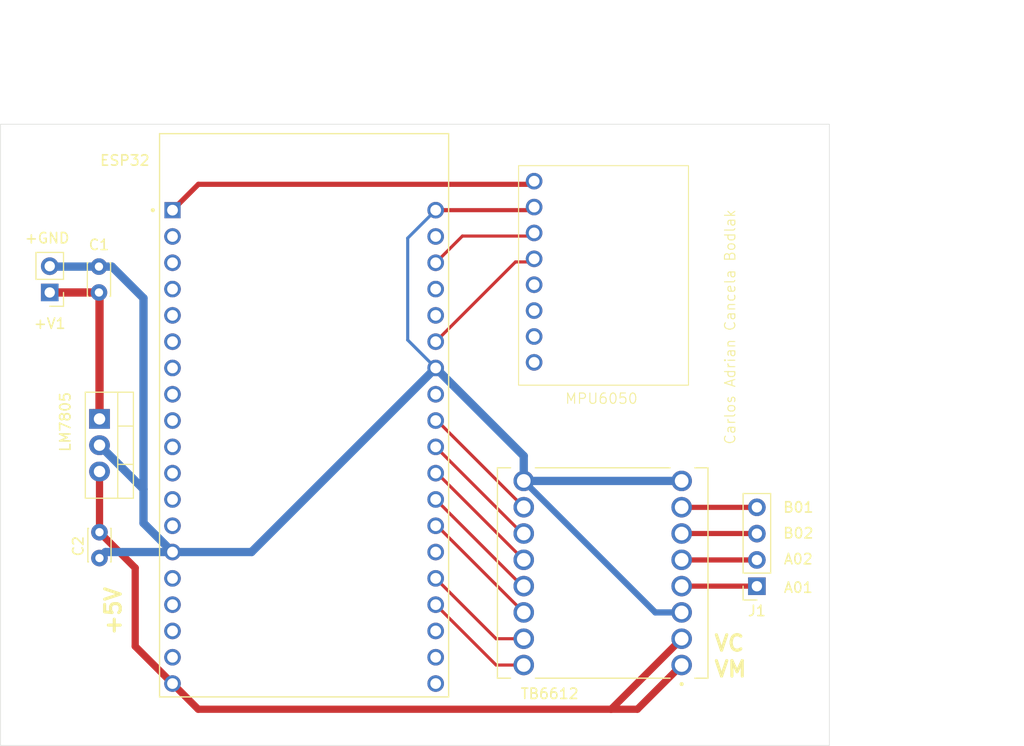
<source format=kicad_pcb>
(kicad_pcb (version 20240108) (generator "pcbnew") (generator_version "8.0")
  (layers (0 "F.Cu" signal) (31 "B.Cu" signal) (34 "B.Paste" user) (35 "F.Paste" user) (36 "B.SilkS" user "B.Silkscreen") (37 "F.SilkS" user "F.Silkscreen") (38 "B.Mask" user) (39 "F.Mask" user) (44 "Edge.Cuts" user))
  (net 0 "")
  (net 1 "GND")
  (net 2 "+9V")
  (net 3 "+5V")
  (net 4 "AI1")
  (net 5 "STANDBY")
  (net 6 "BI1")
  (net 7 "AI2")
  (net 8 "PWMA")
  (net 9 "PWMB")
  (net 10 "BI2")
  (net 11 "SDA")
  (net 12 "+3.3V")
  (net 13 "SCL")
  (net 18 "Net-(J1-Pin_2)")
  (net 19 "Net-(J1-Pin_3)")
  (net 20 "Net-(J1-Pin_1)")
  (net 21 "Net-(J1-Pin_4)")
  (footprint "ESP32-DEVKITC-32D:MODULE_ESP32-DEVKITC-32D" (layer "F.Cu") (at 134.3 78.06)
    (property "Reference" "ESP32" (at -17.3 -24.56 0) (layer "F.SilkS") (effects (font (size 1.000386 1.000386))))
    (property "Value" "ESP32-DEVKITC-32D")
    (fp_line (start -13.95 -27.15) (end 13.95 -27.15) (stroke (width 0.127)) (layer "F.SilkS"))
    (fp_line (start -13.95 27.25) (end -13.95 -27.15) (stroke (width 0.127)) (layer "F.SilkS"))
    (fp_line (start 13.95 -27.15) (end 13.95 27.25) (stroke (width 0.127)) (layer "F.SilkS"))
    (fp_line (start 13.95 27.25) (end -13.95 27.25) (stroke (width 0.127)) (layer "F.SilkS"))
    (fp_circle (center -14.6 -19.76) (end -14.5 -19.76) (stroke (width 0.2)) (fill none) (layer "F.SilkS"))
    (pad "J2-1" thru_hole rect (at -12.7 -19.76) (size 1.56 1.56) (drill 1.04) (layers "*.Cu" "*.Mask") (net 12 "+3.3V"))
    (pad "J2-2" thru_hole circle (at -12.7 -17.22) (size 1.6 1.6) (drill 1.04) (layers "*.Cu" "*.Mask"))
    (pad "J2-3" thru_hole circle (at -12.7 -14.68) (size 1.6 1.6) (drill 1.04) (layers "*.Cu" "*.Mask"))
    (pad "J2-4" thru_hole circle (at -12.7 -12.14) (size 1.6 1.6) (drill 1.04) (layers "*.Cu" "*.Mask"))
    (pad "J2-5" thru_hole circle (at -12.7 -9.6) (size 1.6 1.6) (drill 1.04) (layers "*.Cu" "*.Mask"))
    (pad "J2-6" thru_hole circle (at -12.7 -7.06) (size 1.6 1.6) (drill 1.04) (layers "*.Cu" "*.Mask"))
    (pad "J2-7" thru_hole circle (at -12.7 -4.52) (size 1.6 1.6) (drill 1.04) (layers "*.Cu" "*.Mask"))
    (pad "J2-8" thru_hole circle (at -12.7 -1.98) (size 1.6 1.6) (drill 1.04) (layers "*.Cu" "*.Mask"))
    (pad "J2-9" thru_hole circle (at -12.7 0.56) (size 1.6 1.6) (drill 1.04) (layers "*.Cu" "*.Mask"))
    (pad "J2-10" thru_hole circle (at -12.7 3.1) (size 1.6 1.6) (drill 1.04) (layers "*.Cu" "*.Mask"))
    (pad "J2-11" thru_hole circle (at -12.7 5.64) (size 1.6 1.6) (drill 1.04) (layers "*.Cu" "*.Mask"))
    (pad "J2-12" thru_hole circle (at -12.7 8.18) (size 1.6 1.6) (drill 1.04) (layers "*.Cu" "*.Mask"))
    (pad "J2-13" thru_hole circle (at -12.7 10.72) (size 1.6 1.6) (drill 1.04) (layers "*.Cu" "*.Mask"))
    (pad "J2-14" thru_hole circle (at -12.7 13.26) (size 1.6 1.6) (drill 1.04) (layers "*.Cu" "*.Mask") (net 1 "GND"))
    (pad "J2-15" thru_hole circle (at -12.7 15.8) (size 1.6 1.6) (drill 1.04) (layers "*.Cu" "*.Mask"))
    (pad "J2-16" thru_hole circle (at -12.7 18.34) (size 1.6 1.6) (drill 1.04) (layers "*.Cu" "*.Mask"))
    (pad "J2-17" thru_hole circle (at -12.7 20.88) (size 1.6 1.6) (drill 1.04) (layers "*.Cu" "*.Mask"))
    (pad "J2-18" thru_hole circle (at -12.7 23.42) (size 1.6 1.6) (drill 1.04) (layers "*.Cu" "*.Mask"))
    (pad "J2-19" thru_hole circle (at -12.7 25.96) (size 1.6 1.6) (drill 1.04) (layers "*.Cu" "*.Mask") (net 3 "+5V"))
    (pad "J3-1" thru_hole circle (at 12.7 -19.76) (size 1.6 1.6) (drill 1.04) (layers "*.Cu" "*.Mask") (net 1 "GND"))
    (pad "J3-2" thru_hole circle (at 12.7 -17.22) (size 1.6 1.6) (drill 1.04) (layers "*.Cu" "*.Mask"))
    (pad "J3-3" thru_hole circle (at 12.7 -14.68) (size 1.6 1.6) (drill 1.04) (layers "*.Cu" "*.Mask") (net 13 "SCL"))
    (pad "J3-4" thru_hole circle (at 12.7 -12.14) (size 1.6 1.6) (drill 1.04) (layers "*.Cu" "*.Mask"))
    (pad "J3-5" thru_hole circle (at 12.7 -9.6) (size 1.6 1.6) (drill 1.04) (layers "*.Cu" "*.Mask"))
    (pad "J3-6" thru_hole circle (at 12.7 -7.06) (size 1.6 1.6) (drill 1.04) (layers "*.Cu" "*.Mask") (net 11 "SDA"))
    (pad "J3-7" thru_hole circle (at 12.7 -4.52) (size 1.6 1.6) (drill 1.04) (layers "*.Cu" "*.Mask") (net 1 "GND"))
    (pad "J3-8" thru_hole circle (at 12.7 -1.98) (size 1.6 1.6) (drill 1.04) (layers "*.Cu" "*.Mask"))
    (pad "J3-9" thru_hole circle (at 12.7 0.56) (size 1.6 1.6) (drill 1.04) (layers "*.Cu" "*.Mask") (net 9 "PWMB"))
    (pad "J3-10" thru_hole circle (at 12.7 3.1) (size 1.6 1.6) (drill 1.04) (layers "*.Cu" "*.Mask") (net 10 "BI2"))
    (pad "J3-11" thru_hole circle (at 12.7 5.64) (size 1.6 1.6) (drill 1.04) (layers "*.Cu" "*.Mask") (net 6 "BI1"))
    (pad "J3-12" thru_hole circle (at 12.7 8.18) (size 1.6 1.6) (drill 1.04) (layers "*.Cu" "*.Mask") (net 5 "STANDBY"))
    (pad "J3-13" thru_hole circle (at 12.7 10.72) (size 1.6 1.6) (drill 1.04) (layers "*.Cu" "*.Mask") (net 4 "AI1"))
    (pad "J3-14" thru_hole circle (at 12.7 13.26) (size 1.6 1.6) (drill 1.04) (layers "*.Cu" "*.Mask"))
    (pad "J3-15" thru_hole circle (at 12.7 15.8) (size 1.6 1.6) (drill 1.04) (layers "*.Cu" "*.Mask") (net 7 "AI2"))
    (pad "J3-16" thru_hole circle (at 12.7 18.34) (size 1.6 1.6) (drill 1.04) (layers "*.Cu" "*.Mask") (net 8 "PWMA"))
    (pad "J3-17" thru_hole circle (at 12.7 20.88) (size 1.6 1.6) (drill 1.04) (layers "*.Cu" "*.Mask"))
    (pad "J3-18" thru_hole circle (at 12.7 23.42) (size 1.6 1.6) (drill 1.04) (layers "*.Cu" "*.Mask"))
    (pad "J3-19" thru_hole circle (at 12.7 25.96) (size 1.6 1.6) (drill 1.04) (layers "*.Cu" "*.Mask"))
  )
  (footprint "Connector_PinSocket_2.54mm:PinSocket_1x04_P2.54mm_Vertical" (layer "F.Cu") (at 178 94.62 180)
    (property "Reference" "J1" (at 0 -2.38 0) (layer "F.SilkS"))
    (property "Value" "Conn_01x04_Socket")
    (fp_line (start 1.33 1.27) (end 1.33 8.95) (stroke (width 0.12)) (layer "F.SilkS"))
    (fp_line (start 1.33 -1.33) (end 1.33 0) (stroke (width 0.12)) (layer "F.SilkS"))
    (fp_line (start 0 -1.33) (end 1.33 -1.33) (stroke (width 0.12)) (layer "F.SilkS"))
    (fp_line (start -1.33 8.95) (end 1.33 8.95) (stroke (width 0.12)) (layer "F.SilkS"))
    (fp_line (start -1.33 1.27) (end 1.33 1.27) (stroke (width 0.12)) (layer "F.SilkS"))
    (fp_line (start -1.33 1.27) (end -1.33 8.95) (stroke (width 0.12)) (layer "F.SilkS"))
    (pad "1" thru_hole rect (at 0 0 180) (size 1.7 1.7) (drill 1) (layers "*.Cu" "*.Mask") (net 20 "Net-(J1-Pin_1)"))
    (pad "2" thru_hole oval (at 0 2.54 180) (size 1.7 1.7) (drill 1) (layers "*.Cu" "*.Mask") (net 18 "Net-(J1-Pin_2)"))
    (pad "3" thru_hole oval (at 0 5.08 180) (size 1.7 1.7) (drill 1) (layers "*.Cu" "*.Mask") (net 19 "Net-(J1-Pin_3)"))
    (pad "4" thru_hole oval (at 0 7.62 180) (size 1.7 1.7) (drill 1) (layers "*.Cu" "*.Mask") (net 21 "Net-(J1-Pin_4)"))
  )
  (footprint "Capacitor_THT:C_Disc_D3.0mm_W2.0mm_P2.50mm" (layer "F.Cu") (at 114.5 66.25 90)
    (property "Reference" "C1" (at 4.6 0 180) (layer "F.SilkS"))
    (property "Value" "C")
    (fp_line (start 2.87 -1.12) (end 2.87 -1.055) (stroke (width 0.12)) (layer "F.SilkS"))
    (fp_line (start -0.37 -1.12) (end 2.87 -1.12) (stroke (width 0.12)) (layer "F.SilkS"))
    (fp_line (start -0.37 -1.12) (end -0.37 -1.055) (stroke (width 0.12)) (layer "F.SilkS"))
    (fp_line (start 2.87 1.055) (end 2.87 1.12) (stroke (width 0.12)) (layer "F.SilkS"))
    (fp_line (start -0.37 1.055) (end -0.37 1.12) (stroke (width 0.12)) (layer "F.SilkS"))
    (fp_line (start -0.37 1.12) (end 2.87 1.12) (stroke (width 0.12)) (layer "F.SilkS"))
    (pad "1" thru_hole circle (at 0 0 90) (size 1.6 1.6) (drill 0.8) (layers "*.Cu" "*.Mask") (net 2 "+9V"))
    (pad "2" thru_hole circle (at 2.5 0 90) (size 1.6 1.6) (drill 0.8) (layers "*.Cu" "*.Mask") (net 1 "GND"))
  )
  (footprint "MountingHole:MountingHole_2.1mm" (layer "F.Cu") (at 180 55)
    (property "Reference" "REF**" (hide yes))
    (property "Value" "MountingHole_2.1mm" (hide yes))
    (pad "" np_thru_hole circle (at 0 0) (size 3 3) (drill 3) (layers "F&B.Cu" "*.Mask"))
  )
  (footprint "ROB-14450:MODULE_ROB-14450" (layer "F.Cu") (at 163.12 93.34 180)
    (property "Reference" "TB6612" (at 5.12 -11.66 0) (layer "F.SilkS"))
    (property "Value" "ROB-14450")
    (fp_line (start 10.16 10.16) (end 10.16 -10.16) (stroke (width 0.127)) (layer "F.SilkS"))
    (fp_line (start 8.89 10.16) (end 10.16 10.16) (stroke (width 0.127)) (layer "F.SilkS"))
    (fp_line (start 8.89 -10.16) (end 10.16 -10.16) (stroke (width 0.127)) (layer "F.SilkS"))
    (fp_line (start -6.5 10.16) (end 6.5 10.16) (stroke (width 0.127)) (layer "F.SilkS"))
    (fp_line (start -6.5 -10.16) (end 6.5 -10.16) (stroke (width 0.127)) (layer "F.SilkS"))
    (fp_line (start -8.89 10.16) (end -10.16 10.16) (stroke (width 0.127)) (layer "F.SilkS"))
    (fp_line (start -8.89 -10.16) (end -10.16 -10.16) (stroke (width 0.127)) (layer "F.SilkS"))
    (fp_line (start -10.16 -10.16) (end -10.16 10.16) (stroke (width 0.127)) (layer "F.SilkS"))
    (fp_circle (center -7.62 -10.7282) (end -7.52 -10.7282) (stroke (width 0.2)) (fill none) (layer "F.SilkS"))
    (pad "1" thru_hole circle (at -7.62 -8.89 180) (size 1.98 1.98) (drill 1.32) (layers "*.Cu" "*.Mask") (net 3 "+5V"))
    (pad "2" thru_hole circle (at -7.62 -6.35 180) (size 1.98 1.98) (drill 1.32) (layers "*.Cu" "*.Mask") (net 3 "+5V"))
    (pad "3" thru_hole circle (at -7.62 -3.81 180) (size 1.98 1.98) (drill 1.32) (layers "*.Cu" "*.Mask") (net 1 "GND"))
    (pad "4" thru_hole circle (at -7.62 -1.27 180) (size 1.98 1.98) (drill 1.32) (layers "*.Cu" "*.Mask") (net 20 "Net-(J1-Pin_1)"))
    (pad "5" thru_hole circle (at -7.62 1.27 180) (size 1.98 1.98) (drill 1.32) (layers "*.Cu" "*.Mask") (net 18 "Net-(J1-Pin_2)"))
    (pad "6" thru_hole circle (at -7.62 3.81 180) (size 1.98 1.98) (drill 1.32) (layers "*.Cu" "*.Mask") (net 19 "Net-(J1-Pin_3)"))
    (pad "7" thru_hole circle (at -7.62 6.35 180) (size 1.98 1.98) (drill 1.32) (layers "*.Cu" "*.Mask") (net 21 "Net-(J1-Pin_4)"))
    (pad "8" thru_hole circle (at -7.62 8.89 180) (size 1.98 1.98) (drill 1.32) (layers "*.Cu" "*.Mask") (net 1 "GND"))
    (pad "9" thru_hole circle (at 7.62 8.89 180) (size 1.98 1.98) (drill 1.32) (layers "*.Cu" "*.Mask") (net 1 "GND"))
    (pad "10" thru_hole circle (at 7.62 6.35 180) (size 1.98 1.98) (drill 1.32) (layers "*.Cu" "*.Mask") (net 9 "PWMB"))
    (pad "11" thru_hole circle (at 7.62 3.81 180) (size 1.98 1.98) (drill 1.32) (layers "*.Cu" "*.Mask") (net 10 "BI2"))
    (pad "12" thru_hole circle (at 7.62 1.27 180) (size 1.98 1.98) (drill 1.32) (layers "*.Cu" "*.Mask") (net 6 "BI1"))
    (pad "13" thru_hole circle (at 7.62 -1.27 180) (size 1.98 1.98) (drill 1.32) (layers "*.Cu" "*.Mask") (net 5 "STANDBY"))
    (pad "14" thru_hole circle (at 7.62 -3.81 180) (size 1.98 1.98) (drill 1.32) (layers "*.Cu" "*.Mask") (net 4 "AI1"))
    (pad "15" thru_hole circle (at 7.62 -6.35 180) (size 1.98 1.98) (drill 1.32) (layers "*.Cu" "*.Mask") (net 7 "AI2"))
    (pad "16" thru_hole circle (at 7.62 -8.89 180) (size 1.98 1.98) (drill 1.32) (layers "*.Cu" "*.Mask") (net 8 "PWMA"))
  )
  (footprint "libreria_huellas_ccb:MPU_6050_montadito" (layer "F.Cu") (at 155 75.2)
    (property "Reference" "MPU6050" (at 8 1.3 0) (layer "F.SilkS") (effects (font (thickness 0.1))))
    (property "Value" "~")
    (fp_rect (start 0 -21.2) (end 16.4 0) (stroke (width 0.1)) (fill none) (layer "F.SilkS"))
    (pad "1" thru_hole circle (at 1.5 -19.7) (size 1.6 1.6) (drill 1.04) (layers "*.Cu" "*.Mask") (net 12 "+3.3V"))
    (pad "2" thru_hole circle (at 1.5 -17.2) (size 1.6 1.6) (drill 1.04) (layers "*.Cu" "*.Mask") (net 1 "GND"))
    (pad "3" thru_hole circle (at 1.5 -14.7) (size 1.6 1.6) (drill 1.04) (layers "*.Cu" "*.Mask") (net 13 "SCL"))
    (pad "4" thru_hole circle (at 1.5 -12.2) (size 1.6 1.6) (drill 1.04) (layers "*.Cu" "*.Mask") (net 11 "SDA"))
    (pad "5" thru_hole circle (at 1.5 -9.7) (size 1.6 1.6) (drill 1.04) (layers "*.Cu" "*.Mask"))
    (pad "6" thru_hole circle (at 1.5 -7.2) (size 1.6 1.6) (drill 1.04) (layers "*.Cu" "*.Mask"))
    (pad "7" thru_hole circle (at 1.5 -4.7) (size 1.6 1.6) (drill 1.04) (layers "*.Cu" "*.Mask"))
    (pad "8" thru_hole circle (at 1.5 -2.2) (size 1.6 1.6) (drill 1.04) (layers "*.Cu" "*.Mask"))
  )
  (footprint "MountingHole:MountingHole_2.1mm" (layer "F.Cu") (at 110 55)
    (property "Reference" "REF**" (hide yes))
    (property "Value" "MountingHole_2.1mm" (hide yes))
    (pad "" np_thru_hole circle (at 0 0) (size 3 3) (drill 3) (layers "F&B.Cu" "*.Mask"))
  )
  (footprint "Package_TO_SOT_THT:TO-220-3_Vertical" (layer "F.Cu") (at 114.555 78.46 -90)
    (property "Reference" "LM7805" (at 0.29 3.305 -90) (layer "F.SilkS"))
    (property "Value" "LM7805_TO220")
    (fp_line (start -2.58 1.371) (end 7.66 1.371) (stroke (width 0.12)) (layer "F.SilkS"))
    (fp_line (start -2.58 -1.76) (end 7.66 -1.76) (stroke (width 0.12)) (layer "F.SilkS"))
    (fp_line (start -2.58 -3.27) (end -2.58 1.371) (stroke (width 0.12)) (layer "F.SilkS"))
    (fp_line (start -2.58 -3.27) (end 7.66 -3.27) (stroke (width 0.12)) (layer "F.SilkS"))
    (fp_line (start 0.69 -3.27) (end 0.69 -1.76) (stroke (width 0.12)) (layer "F.SilkS"))
    (fp_line (start 4.391 -3.27) (end 4.391 -1.76) (stroke (width 0.12)) (layer "F.SilkS"))
    (fp_line (start 7.66 -3.27) (end 7.66 1.371) (stroke (width 0.12)) (layer "F.SilkS"))
    (pad "1" thru_hole rect (at 0 0 270) (size 1.905 2) (drill 1.1) (layers "*.Cu" "*.Mask") (net 2 "+9V"))
    (pad "2" thru_hole oval (at 2.54 0 270) (size 1.905 2) (drill 1.1) (layers "*.Cu" "*.Mask") (net 1 "GND"))
    (pad "3" thru_hole oval (at 5.08 0 270) (size 1.905 2) (drill 1.1) (layers "*.Cu" "*.Mask") (net 3 "+5V"))
  )
  (footprint "Connector_PinHeader_2.54mm:PinHeader_1x02_P2.54mm_Vertical" (layer "F.Cu") (at 109.75 66.25 180)
    (property "Reference" "+V1" (at 0 -3 0) (layer "F.SilkS"))
    (property "Value" "Conn_01x02_Socket")
    (fp_line (start 1.33 1.27) (end 1.33 3.87) (stroke (width 0.12)) (layer "F.SilkS"))
    (fp_line (start -1.33 3.87) (end 1.33 3.87) (stroke (width 0.12)) (layer "F.SilkS"))
    (fp_line (start -1.33 1.27) (end 1.33 1.27) (stroke (width 0.12)) (layer "F.SilkS"))
    (fp_line (start -1.33 1.27) (end -1.33 3.87) (stroke (width 0.12)) (layer "F.SilkS"))
    (fp_line (start -1.33 0) (end -1.33 -1.33) (stroke (width 0.12)) (layer "F.SilkS"))
    (fp_line (start -1.33 -1.33) (end 0 -1.33) (stroke (width 0.12)) (layer "F.SilkS"))
    (pad "1" thru_hole rect (at 0 0 180) (size 1.7 1.7) (drill 1) (layers "*.Cu" "*.Mask") (net 2 "+9V"))
    (pad "2" thru_hole oval (at 0 2.54 180) (size 1.7 1.7) (drill 1) (layers "*.Cu" "*.Mask") (net 1 "GND"))
  )
  (footprint "MountingHole:MountingHole_2.1mm" (layer "F.Cu") (at 180 105)
    (property "Reference" "REF**" (hide yes))
    (property "Value" "MountingHole_2.1mm" (hide yes))
    (pad "" np_thru_hole circle (at 0 0) (size 3 3) (drill 3) (layers "F&B.Cu" "*.Mask"))
  )
  (footprint "MountingHole:MountingHole_2.1mm" (layer "F.Cu") (at 110 105)
    (property "Reference" "REF**" (hide yes))
    (property "Value" "MountingHole_2.1mm" (hide yes))
    (pad "" np_thru_hole circle (at 0 0) (size 3 3) (drill 3) (layers "F&B.Cu" "*.Mask"))
  )
  (footprint "Capacitor_THT:C_Disc_D3.0mm_W2.0mm_P2.50mm" (layer "F.Cu") (at 114.55 89.4 -90)
    (property "Reference" "C2" (at 1.35 2.05 -90) (layer "F.SilkS"))
    (property "Value" "C")
    (fp_line (start -0.37 1.12) (end 2.87 1.12) (stroke (width 0.12)) (layer "F.SilkS"))
    (fp_line (start -0.37 1.055) (end -0.37 1.12) (stroke (width 0.12)) (layer "F.SilkS"))
    (fp_line (start 2.87 1.055) (end 2.87 1.12) (stroke (width 0.12)) (layer "F.SilkS"))
    (fp_line (start -0.37 -1.12) (end -0.37 -1.055) (stroke (width 0.12)) (layer "F.SilkS"))
    (fp_line (start -0.37 -1.12) (end 2.87 -1.12) (stroke (width 0.12)) (layer "F.SilkS"))
    (fp_line (start 2.87 -1.12) (end 2.87 -1.055) (stroke (width 0.12)) (layer "F.SilkS"))
    (pad "1" thru_hole circle (at 0 0 270) (size 1.6 1.6) (drill 0.8) (layers "*.Cu" "*.Mask") (net 3 "+5V"))
    (pad "2" thru_hole circle (at 2.5 0 270) (size 1.6 1.6) (drill 0.8) (layers "*.Cu" "*.Mask") (net 1 "GND"))
  )
  (gr_rect (start 105 50) (end 185 110) (stroke (width 0.05)) (fill none) (layer "Edge.Cuts"))
  (gr_text "B02" (at 182 89.5 0) (layer "F.SilkS") (effects (font (size 1 1))))
  (gr_text "+5V" (at 116.75 99.5 90) (layer "F.SilkS") (effects (font (size 1.5 1.5) (thickness 0.3) (bold yes)) (justify left bottom)))
  (gr_text "B01" (at 182 87 0) (layer "F.SilkS") (effects (font (size 1 1))))
  (gr_text "VM" (at 173.75 103.5 0) (layer "F.SilkS") (effects (font (size 1.5 1.5) (thickness 0.3) (bold yes)) (justify left bottom)))
  (gr_text "+GND" (at 109.5 61 0) (layer "F.SilkS") (effects (font (size 1 1))))
  (gr_text "A02" (at 182 92 0) (layer "F.SilkS") (effects (font (size 1 1))))
  (gr_text "Carlos Adrian Cancela Bodlak" (at 176 81 90) (layer "F.SilkS") (effects (font (size 1 1) (thickness 0.1)) (justify left bottom)))
  (gr_text "VC" (at 173.75 101 0) (layer "F.SilkS") (effects (font (size 1.5 1.5) (thickness 0.3) (bold yes)) (justify left bottom)))
  (gr_text "A01" (at 182 94.75 0) (layer "F.SilkS") (effects (font (size 1 1))))
  (segment (start 147 58.3) (end 156.3 58.3) (width 0.4) (layer "F.Cu") (net 1))
  (segment (start 168.2 97.15) (end 155.5 84.45) (width 0.6) (layer "B.Cu") (net 1))
  (segment (start 155.5 82.04) (end 147 73.54) (width 0.8) (layer "B.Cu") (net 1))
  (segment (start 114.5 63.75) (end 109.79 63.75) (width 0.8) (layer "B.Cu") (net 1))
  (segment (start 109.79 63.75) (end 109.75 63.71) (width 0.8) (layer "B.Cu") (net 1))
  (segment (start 118.8 88.52) (end 121.6 91.32) (width 0.8) (layer "B.Cu") (net 1))
  (segment (start 129.22 91.32) (end 147 73.54) (width 0.8) (layer "B.Cu") (net 1))
  (segment (start 155.5 84.45) (end 155.5 82.04) (width 0.8) (layer "B.Cu") (net 1))
  (segment (start 114.555 81) (end 118.8 85.245) (width 0.8) (layer "B.Cu") (net 1))
  (segment (start 118.8 66.8) (end 118.8 85.245) (width 0.8) (layer "B.Cu") (net 1))
  (segment (start 121.6 91.32) (end 115.13 91.32) (width 0.8) (layer "B.Cu") (net 1))
  (segment (start 144.3 70.84) (end 147 73.54) (width 0.3) (layer "B.Cu") (net 1))
  (segment (start 147 58.3) (end 144.3 61) (width 0.3) (layer "B.Cu") (net 1))
  (segment (start 170.74 84.45) (end 155.5 84.45) (width 0.8) (layer "B.Cu") (net 1))
  (segment (start 115.13 91.32) (end 114.55 91.9) (width 0.8) (layer "B.Cu") (net 1))
  (segment (start 121.6 91.32) (end 129.22 91.32) (width 0.8) (layer "B.Cu") (net 1))
  (segment (start 115.75 63.75) (end 118.8 66.8) (width 0.8) (layer "B.Cu") (net 1))
  (segment (start 113.7 81) (end 114.555 81) (width 0.3) (layer "B.Cu") (net 1))
  (segment (start 118.8 85.245) (end 118.8 88.52) (width 0.8) (layer "B.Cu") (net 1))
  (segment (start 170.74 97.15) (end 168.2 97.15) (width 0.6) (layer "B.Cu") (net 1))
  (segment (start 114.5 63.75) (end 115.75 63.75) (width 0.8) (layer "B.Cu") (net 1))
  (segment (start 144.3 61) (end 144.3 70.84) (width 0.3) (layer "B.Cu") (net 1))
  (segment (start 114.555 66.305) (end 114.5 66.25) (width 0.8) (layer "F.Cu") (net 2))
  (segment (start 114.555 78.46) (end 114.555 66.305) (width 0.8) (layer "F.Cu") (net 2))
  (segment (start 114.5 66.25) (end 109.75 66.25) (width 0.8) (layer "F.Cu") (net 2))
  (segment (start 114 77.905) (end 114.555 78.46) (width 0.8) (layer "F.Cu") (net 2))
  (segment (start 170.74 99.69) (end 163.93 106.5) (width 0.7) (layer "F.Cu") (net 3))
  (segment (start 114.555 83.54) (end 114.555 89.395) (width 0.7) (layer "F.Cu") (net 3))
  (segment (start 124.08 106.5) (end 121.6 104.02) (width 0.7) (layer "F.Cu") (net 3))
  (segment (start 118 100.42) (end 118 92.85) (width 0.7) (layer "F.Cu") (net 3))
  (segment (start 114.555 89.395) (end 114.55 89.4) (width 0.5) (layer "F.Cu") (net 3))
  (segment (start 163.93 106.5) (end 124.08 106.5) (width 0.7) (layer "F.Cu") (net 3))
  (segment (start 118 92.85) (end 114.55 89.4) (width 0.7) (layer "F.Cu") (net 3))
  (segment (start 166.47 106.5) (end 170.74 102.23) (width 0.7) (layer "F.Cu") (net 3))
  (segment (start 166.47 106.5) (end 163.93 106.5) (width 0.7) (layer "F.Cu") (net 3))
  (segment (start 121.6 104.02) (end 118 100.42) (width 0.7) (layer "F.Cu") (net 3))
  (segment (start 155.5 97.15) (end 147.13 88.78) (width 0.3) (layer "F.Cu") (net 4))
  (segment (start 147.13 88.78) (end 147 88.78) (width 0.3) (layer "F.Cu") (net 4))
  (segment (start 155 97.65) (end 155.5 97.15) (width 0.3) (layer "B.Cu") (net 4))
  (segment (start 147 86.24) (end 155.37 94.61) (width 0.3) (layer "F.Cu") (net 5))
  (segment (start 155.37 94.61) (end 155.5 94.61) (width 0.3) (layer "F.Cu") (net 5))
  (segment (start 147.13 86.24) (end 147 86.24) (width 0.3) (layer "F.Cu") (net 5))
  (segment (start 147.13 83.7) (end 147 83.7) (width 0.3) (layer "F.Cu") (net 6))
  (segment (start 155.5 92.07) (end 147.13 83.7) (width 0.3) (layer "F.Cu") (net 6))
  (segment (start 152.83 99.69) (end 147 93.86) (width 0.3) (layer "F.Cu") (net 7))
  (segment (start 155.5 99.69) (end 152.83 99.69) (width 0.3) (layer "F.Cu") (net 7))
  (segment (start 154.99 100.2) (end 155.5 99.69) (width 0.3) (layer "B.Cu") (net 7))
  (segment (start 154.98 102.75) (end 155.5 102.23) (width 0.3) (layer "F.Cu") (net 8))
  (segment (start 152.83 102.23) (end 147 96.4) (width 0.3) (layer "F.Cu") (net 8))
  (segment (start 155.5 102.23) (end 152.83 102.23) (width 0.3) (layer "F.Cu") (net 8))
  (segment (start 155.5 86.99) (end 147.13 78.62) (width 0.3) (layer "F.Cu") (net 9))
  (segment (start 147.13 78.62) (end 147 78.62) (width 0.3) (layer "F.Cu") (net 9))
  (segment (start 155.37 89.53) (end 155.5 89.53) (width 0.3) (layer "F.Cu") (net 10))
  (segment (start 147 81.16) (end 155.37 89.53) (width 0.3) (layer "F.Cu") (net 10))
  (segment (start 156.3 63.3) (end 154.7 63.3) (width 0.3) (layer "F.Cu") (net 11))
  (segment (start 154.7 63.3) (end 147 71) (width 0.3) (layer "F.Cu") (net 11))
  (segment (start 156.3 55.8) (end 124.1 55.8) (width 0.5) (layer "F.Cu") (net 12))
  (segment (start 124.1 55.8) (end 121.6 58.3) (width 0.5) (layer "F.Cu") (net 12))
  (segment (start 149.58 60.8) (end 156.3 60.8) (width 0.3) (layer "F.Cu") (net 13))
  (segment (start 147 63.38) (end 149.58 60.8) (width 0.3) (layer "F.Cu") (net 13))
  (segment (start 170.75 92.08) (end 170.74 92.07) (width 0.3) (layer "F.Cu") (net 18))
  (segment (start 170.81 92) (end 170.74 92.07) (width 0.3) (layer "F.Cu") (net 18))
  (segment (start 178 92.08) (end 170.75 92.08) (width 0.5) (layer "F.Cu") (net 18))
  (segment (start 177.99 89.53) (end 178 89.54) (width 0.3) (layer "F.Cu") (net 19))
  (segment (start 170.74 89.53) (end 177.99 89.53) (width 0.5) (layer "F.Cu") (net 19))
  (segment (start 177.99 94.61) (end 178 94.62) (width 0.3) (layer "F.Cu") (net 20))
  (segment (start 170.76 94.63) (end 170.74 94.61) (width 0.3) (layer "F.Cu") (net 20))
  (segment (start 170.74 94.61) (end 177.99 94.61) (width 0.5) (layer "F.Cu") (net 20))
  (segment (start 178 87) (end 170.75 87) (width 0.5) (layer "F.Cu") (net 21))
  (segment (start 170.75 87) (end 170.74 86.99) (width 0.3) (layer "F.Cu") (net 21))
)
</source>
